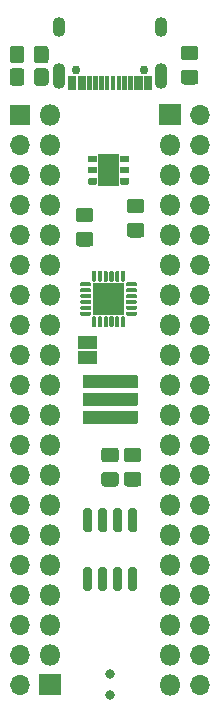
<source format=gbr>
%TF.GenerationSoftware,KiCad,Pcbnew,(5.1.9)-1*%
%TF.CreationDate,2021-04-12T21:57:58+01:00*%
%TF.ProjectId,Propeller_dev_board,50726f70-656c-46c6-9572-5f6465765f62,rev?*%
%TF.SameCoordinates,Original*%
%TF.FileFunction,Soldermask,Top*%
%TF.FilePolarity,Negative*%
%FSLAX46Y46*%
G04 Gerber Fmt 4.6, Leading zero omitted, Abs format (unit mm)*
G04 Created by KiCad (PCBNEW (5.1.9)-1) date 2021-04-12 21:57:58*
%MOMM*%
%LPD*%
G01*
G04 APERTURE LIST*
%ADD10O,1.100000X2.200000*%
%ADD11O,1.100000X1.700000*%
%ADD12C,0.750000*%
%ADD13O,1.800000X1.800000*%
%ADD14C,0.800000*%
%ADD15O,1.700000X1.700000*%
G04 APERTURE END LIST*
%TO.C,PWR_LED*%
G36*
G01*
X129129262Y-91929000D02*
X128172738Y-91929000D01*
G75*
G02*
X127901000Y-91657262I0J271738D01*
G01*
X127901000Y-90950738D01*
G75*
G02*
X128172738Y-90679000I271738J0D01*
G01*
X129129262Y-90679000D01*
G75*
G02*
X129401000Y-90950738I0J-271738D01*
G01*
X129401000Y-91657262D01*
G75*
G02*
X129129262Y-91929000I-271738J0D01*
G01*
G37*
G36*
G01*
X129129750Y-93979000D02*
X128172250Y-93979000D01*
G75*
G02*
X127901000Y-93707750I0J271250D01*
G01*
X127901000Y-93000250D01*
G75*
G02*
X128172250Y-92729000I271250J0D01*
G01*
X129129750Y-92729000D01*
G75*
G02*
X129401000Y-93000250I0J-271250D01*
G01*
X129401000Y-93707750D01*
G75*
G02*
X129129750Y-93979000I-271250J0D01*
G01*
G37*
%TD*%
%TO.C,SCL_PU*%
G36*
G01*
X122398262Y-125965000D02*
X121441738Y-125965000D01*
G75*
G02*
X121170000Y-125693262I0J271738D01*
G01*
X121170000Y-124986738D01*
G75*
G02*
X121441738Y-124715000I271738J0D01*
G01*
X122398262Y-124715000D01*
G75*
G02*
X122670000Y-124986738I0J-271738D01*
G01*
X122670000Y-125693262D01*
G75*
G02*
X122398262Y-125965000I-271738J0D01*
G01*
G37*
G36*
G01*
X122398262Y-128015000D02*
X121441738Y-128015000D01*
G75*
G02*
X121170000Y-127743262I0J271738D01*
G01*
X121170000Y-127036738D01*
G75*
G02*
X121441738Y-126765000I271738J0D01*
G01*
X122398262Y-126765000D01*
G75*
G02*
X122670000Y-127036738I0J-271738D01*
G01*
X122670000Y-127743262D01*
G75*
G02*
X122398262Y-128015000I-271738J0D01*
G01*
G37*
%TD*%
%TO.C,SDA_PU*%
G36*
G01*
X124303262Y-128015000D02*
X123346738Y-128015000D01*
G75*
G02*
X123075000Y-127743262I0J271738D01*
G01*
X123075000Y-127036738D01*
G75*
G02*
X123346738Y-126765000I271738J0D01*
G01*
X124303262Y-126765000D01*
G75*
G02*
X124575000Y-127036738I0J-271738D01*
G01*
X124575000Y-127743262D01*
G75*
G02*
X124303262Y-128015000I-271738J0D01*
G01*
G37*
G36*
G01*
X124303262Y-125965000D02*
X123346738Y-125965000D01*
G75*
G02*
X123075000Y-125693262I0J271738D01*
G01*
X123075000Y-124986738D01*
G75*
G02*
X123346738Y-124715000I271738J0D01*
G01*
X124303262Y-124715000D01*
G75*
G02*
X124575000Y-124986738I0J-271738D01*
G01*
X124575000Y-125693262D01*
G75*
G02*
X124303262Y-125965000I-271738J0D01*
G01*
G37*
%TD*%
D10*
%TO.C,P1*%
X126240000Y-93275000D03*
X117600000Y-93275000D03*
D11*
X126240000Y-89095000D03*
X117600000Y-89095000D03*
D12*
X119030000Y-92775000D03*
X124810000Y-92775000D03*
G36*
G01*
X119070000Y-93265000D02*
X119070000Y-94415000D01*
G75*
G02*
X119020000Y-94465000I-50000J0D01*
G01*
X118720000Y-94465000D01*
G75*
G02*
X118670000Y-94415000I0J50000D01*
G01*
X118670000Y-93265000D01*
G75*
G02*
X118720000Y-93215000I50000J0D01*
G01*
X119020000Y-93215000D01*
G75*
G02*
X119070000Y-93265000I0J-50000D01*
G01*
G37*
G36*
G01*
X119870000Y-93265000D02*
X119870000Y-94415000D01*
G75*
G02*
X119820000Y-94465000I-50000J0D01*
G01*
X119520000Y-94465000D01*
G75*
G02*
X119470000Y-94415000I0J50000D01*
G01*
X119470000Y-93265000D01*
G75*
G02*
X119520000Y-93215000I50000J0D01*
G01*
X119820000Y-93215000D01*
G75*
G02*
X119870000Y-93265000I0J-50000D01*
G01*
G37*
G36*
G01*
X120370000Y-93265000D02*
X120370000Y-94415000D01*
G75*
G02*
X120320000Y-94465000I-50000J0D01*
G01*
X120020000Y-94465000D01*
G75*
G02*
X119970000Y-94415000I0J50000D01*
G01*
X119970000Y-93265000D01*
G75*
G02*
X120020000Y-93215000I50000J0D01*
G01*
X120320000Y-93215000D01*
G75*
G02*
X120370000Y-93265000I0J-50000D01*
G01*
G37*
G36*
G01*
X120870000Y-93265000D02*
X120870000Y-94415000D01*
G75*
G02*
X120820000Y-94465000I-50000J0D01*
G01*
X120520000Y-94465000D01*
G75*
G02*
X120470000Y-94415000I0J50000D01*
G01*
X120470000Y-93265000D01*
G75*
G02*
X120520000Y-93215000I50000J0D01*
G01*
X120820000Y-93215000D01*
G75*
G02*
X120870000Y-93265000I0J-50000D01*
G01*
G37*
G36*
G01*
X121370000Y-93265000D02*
X121370000Y-94415000D01*
G75*
G02*
X121320000Y-94465000I-50000J0D01*
G01*
X121020000Y-94465000D01*
G75*
G02*
X120970000Y-94415000I0J50000D01*
G01*
X120970000Y-93265000D01*
G75*
G02*
X121020000Y-93215000I50000J0D01*
G01*
X121320000Y-93215000D01*
G75*
G02*
X121370000Y-93265000I0J-50000D01*
G01*
G37*
G36*
G01*
X121870000Y-93265000D02*
X121870000Y-94415000D01*
G75*
G02*
X121820000Y-94465000I-50000J0D01*
G01*
X121520000Y-94465000D01*
G75*
G02*
X121470000Y-94415000I0J50000D01*
G01*
X121470000Y-93265000D01*
G75*
G02*
X121520000Y-93215000I50000J0D01*
G01*
X121820000Y-93215000D01*
G75*
G02*
X121870000Y-93265000I0J-50000D01*
G01*
G37*
G36*
G01*
X122370000Y-93265000D02*
X122370000Y-94415000D01*
G75*
G02*
X122320000Y-94465000I-50000J0D01*
G01*
X122020000Y-94465000D01*
G75*
G02*
X121970000Y-94415000I0J50000D01*
G01*
X121970000Y-93265000D01*
G75*
G02*
X122020000Y-93215000I50000J0D01*
G01*
X122320000Y-93215000D01*
G75*
G02*
X122370000Y-93265000I0J-50000D01*
G01*
G37*
G36*
G01*
X122870000Y-93265000D02*
X122870000Y-94415000D01*
G75*
G02*
X122820000Y-94465000I-50000J0D01*
G01*
X122520000Y-94465000D01*
G75*
G02*
X122470000Y-94415000I0J50000D01*
G01*
X122470000Y-93265000D01*
G75*
G02*
X122520000Y-93215000I50000J0D01*
G01*
X122820000Y-93215000D01*
G75*
G02*
X122870000Y-93265000I0J-50000D01*
G01*
G37*
G36*
G01*
X123370000Y-93265000D02*
X123370000Y-94415000D01*
G75*
G02*
X123320000Y-94465000I-50000J0D01*
G01*
X123020000Y-94465000D01*
G75*
G02*
X122970000Y-94415000I0J50000D01*
G01*
X122970000Y-93265000D01*
G75*
G02*
X123020000Y-93215000I50000J0D01*
G01*
X123320000Y-93215000D01*
G75*
G02*
X123370000Y-93265000I0J-50000D01*
G01*
G37*
G36*
G01*
X123870000Y-93265000D02*
X123870000Y-94415000D01*
G75*
G02*
X123820000Y-94465000I-50000J0D01*
G01*
X123520000Y-94465000D01*
G75*
G02*
X123470000Y-94415000I0J50000D01*
G01*
X123470000Y-93265000D01*
G75*
G02*
X123520000Y-93215000I50000J0D01*
G01*
X123820000Y-93215000D01*
G75*
G02*
X123870000Y-93265000I0J-50000D01*
G01*
G37*
G36*
G01*
X124670000Y-93265000D02*
X124670000Y-94415000D01*
G75*
G02*
X124620000Y-94465000I-50000J0D01*
G01*
X124320000Y-94465000D01*
G75*
G02*
X124270000Y-94415000I0J50000D01*
G01*
X124270000Y-93265000D01*
G75*
G02*
X124320000Y-93215000I50000J0D01*
G01*
X124620000Y-93215000D01*
G75*
G02*
X124670000Y-93265000I0J-50000D01*
G01*
G37*
G36*
G01*
X125470000Y-93265000D02*
X125470000Y-94415000D01*
G75*
G02*
X125420000Y-94465000I-50000J0D01*
G01*
X125120000Y-94465000D01*
G75*
G02*
X125070000Y-94415000I0J50000D01*
G01*
X125070000Y-93265000D01*
G75*
G02*
X125120000Y-93215000I50000J0D01*
G01*
X125420000Y-93215000D01*
G75*
G02*
X125470000Y-93265000I0J-50000D01*
G01*
G37*
G36*
G01*
X125170000Y-93265000D02*
X125170000Y-94415000D01*
G75*
G02*
X125120000Y-94465000I-50000J0D01*
G01*
X124820000Y-94465000D01*
G75*
G02*
X124770000Y-94415000I0J50000D01*
G01*
X124770000Y-93265000D01*
G75*
G02*
X124820000Y-93215000I50000J0D01*
G01*
X125120000Y-93215000D01*
G75*
G02*
X125170000Y-93265000I0J-50000D01*
G01*
G37*
G36*
G01*
X124370000Y-93265000D02*
X124370000Y-94415000D01*
G75*
G02*
X124320000Y-94465000I-50000J0D01*
G01*
X124020000Y-94465000D01*
G75*
G02*
X123970000Y-94415000I0J50000D01*
G01*
X123970000Y-93265000D01*
G75*
G02*
X124020000Y-93215000I50000J0D01*
G01*
X124320000Y-93215000D01*
G75*
G02*
X124370000Y-93265000I0J-50000D01*
G01*
G37*
G36*
G01*
X119570000Y-93265000D02*
X119570000Y-94415000D01*
G75*
G02*
X119520000Y-94465000I-50000J0D01*
G01*
X119220000Y-94465000D01*
G75*
G02*
X119170000Y-94415000I0J50000D01*
G01*
X119170000Y-93265000D01*
G75*
G02*
X119220000Y-93215000I50000J0D01*
G01*
X119520000Y-93215000D01*
G75*
G02*
X119570000Y-93265000I0J-50000D01*
G01*
G37*
G36*
G01*
X118770000Y-93265000D02*
X118770000Y-94415000D01*
G75*
G02*
X118720000Y-94465000I-50000J0D01*
G01*
X118420000Y-94465000D01*
G75*
G02*
X118370000Y-94415000I0J50000D01*
G01*
X118370000Y-93265000D01*
G75*
G02*
X118420000Y-93215000I50000J0D01*
G01*
X118720000Y-93215000D01*
G75*
G02*
X118770000Y-93265000I0J-50000D01*
G01*
G37*
%TD*%
%TO.C,Tx_LED*%
G36*
G01*
X115462000Y-93823262D02*
X115462000Y-92866738D01*
G75*
G02*
X115733738Y-92595000I271738J0D01*
G01*
X116440262Y-92595000D01*
G75*
G02*
X116712000Y-92866738I0J-271738D01*
G01*
X116712000Y-93823262D01*
G75*
G02*
X116440262Y-94095000I-271738J0D01*
G01*
X115733738Y-94095000D01*
G75*
G02*
X115462000Y-93823262I0J271738D01*
G01*
G37*
G36*
G01*
X113412000Y-93823262D02*
X113412000Y-92866738D01*
G75*
G02*
X113683738Y-92595000I271738J0D01*
G01*
X114390262Y-92595000D01*
G75*
G02*
X114662000Y-92866738I0J-271738D01*
G01*
X114662000Y-93823262D01*
G75*
G02*
X114390262Y-94095000I-271738J0D01*
G01*
X113683738Y-94095000D01*
G75*
G02*
X113412000Y-93823262I0J271738D01*
G01*
G37*
%TD*%
%TO.C,Rx_LED*%
G36*
G01*
X113412000Y-91918262D02*
X113412000Y-90961738D01*
G75*
G02*
X113683738Y-90690000I271738J0D01*
G01*
X114390262Y-90690000D01*
G75*
G02*
X114662000Y-90961738I0J-271738D01*
G01*
X114662000Y-91918262D01*
G75*
G02*
X114390262Y-92190000I-271738J0D01*
G01*
X113683738Y-92190000D01*
G75*
G02*
X113412000Y-91918262I0J271738D01*
G01*
G37*
G36*
G01*
X115462000Y-91918262D02*
X115462000Y-90961738D01*
G75*
G02*
X115733738Y-90690000I271738J0D01*
G01*
X116440262Y-90690000D01*
G75*
G02*
X116712000Y-90961738I0J-271738D01*
G01*
X116712000Y-91918262D01*
G75*
G02*
X116440262Y-92190000I-271738J0D01*
G01*
X115733738Y-92190000D01*
G75*
G02*
X115462000Y-91918262I0J271738D01*
G01*
G37*
%TD*%
%TO.C,4.7uF*%
G36*
G01*
X124557262Y-104883000D02*
X123600738Y-104883000D01*
G75*
G02*
X123329000Y-104611262I0J271738D01*
G01*
X123329000Y-103904738D01*
G75*
G02*
X123600738Y-103633000I271738J0D01*
G01*
X124557262Y-103633000D01*
G75*
G02*
X124829000Y-103904738I0J-271738D01*
G01*
X124829000Y-104611262D01*
G75*
G02*
X124557262Y-104883000I-271738J0D01*
G01*
G37*
G36*
G01*
X124557262Y-106933000D02*
X123600738Y-106933000D01*
G75*
G02*
X123329000Y-106661262I0J271738D01*
G01*
X123329000Y-105954738D01*
G75*
G02*
X123600738Y-105683000I271738J0D01*
G01*
X124557262Y-105683000D01*
G75*
G02*
X124829000Y-105954738I0J-271738D01*
G01*
X124829000Y-106661262D01*
G75*
G02*
X124557262Y-106933000I-271738J0D01*
G01*
G37*
%TD*%
%TO.C,RSTb_PU1*%
G36*
G01*
X119282738Y-106445000D02*
X120239262Y-106445000D01*
G75*
G02*
X120511000Y-106716738I0J-271738D01*
G01*
X120511000Y-107423262D01*
G75*
G02*
X120239262Y-107695000I-271738J0D01*
G01*
X119282738Y-107695000D01*
G75*
G02*
X119011000Y-107423262I0J271738D01*
G01*
X119011000Y-106716738D01*
G75*
G02*
X119282738Y-106445000I271738J0D01*
G01*
G37*
G36*
G01*
X119282738Y-104395000D02*
X120239262Y-104395000D01*
G75*
G02*
X120511000Y-104666738I0J-271738D01*
G01*
X120511000Y-105373262D01*
G75*
G02*
X120239262Y-105645000I-271738J0D01*
G01*
X119282738Y-105645000D01*
G75*
G02*
X119011000Y-105373262I0J271738D01*
G01*
X119011000Y-104666738D01*
G75*
G02*
X119282738Y-104395000I271738J0D01*
G01*
G37*
%TD*%
%TO.C,5MHz*%
G36*
G01*
X124195000Y-121176000D02*
X119645000Y-121176000D01*
G75*
G02*
X119595000Y-121126000I0J50000D01*
G01*
X119595000Y-120126000D01*
G75*
G02*
X119645000Y-120076000I50000J0D01*
G01*
X124195000Y-120076000D01*
G75*
G02*
X124245000Y-120126000I0J-50000D01*
G01*
X124245000Y-121126000D01*
G75*
G02*
X124195000Y-121176000I-50000J0D01*
G01*
G37*
G36*
G01*
X124195000Y-122700000D02*
X119645000Y-122700000D01*
G75*
G02*
X119595000Y-122650000I0J50000D01*
G01*
X119595000Y-121650000D01*
G75*
G02*
X119645000Y-121600000I50000J0D01*
G01*
X124195000Y-121600000D01*
G75*
G02*
X124245000Y-121650000I0J-50000D01*
G01*
X124245000Y-122650000D01*
G75*
G02*
X124195000Y-122700000I-50000J0D01*
G01*
G37*
G36*
G01*
X124195000Y-119700000D02*
X119645000Y-119700000D01*
G75*
G02*
X119595000Y-119650000I0J50000D01*
G01*
X119595000Y-118650000D01*
G75*
G02*
X119645000Y-118600000I50000J0D01*
G01*
X124195000Y-118600000D01*
G75*
G02*
X124245000Y-118650000I0J-50000D01*
G01*
X124245000Y-119650000D01*
G75*
G02*
X124195000Y-119700000I-50000J0D01*
G01*
G37*
%TD*%
%TO.C,J1*%
G36*
G01*
X117740000Y-143930000D02*
X117740000Y-145630000D01*
G75*
G02*
X117690000Y-145680000I-50000J0D01*
G01*
X115990000Y-145680000D01*
G75*
G02*
X115940000Y-145630000I0J50000D01*
G01*
X115940000Y-143930000D01*
G75*
G02*
X115990000Y-143880000I50000J0D01*
G01*
X117690000Y-143880000D01*
G75*
G02*
X117740000Y-143930000I0J-50000D01*
G01*
G37*
D13*
X116840000Y-142240000D03*
X116840000Y-139700000D03*
X116840000Y-137160000D03*
X116840000Y-134620000D03*
X116840000Y-132080000D03*
X116840000Y-129540000D03*
X116840000Y-127000000D03*
X116840000Y-124460000D03*
X116840000Y-121920000D03*
X116840000Y-119380000D03*
X116840000Y-116840000D03*
X116840000Y-114300000D03*
X116840000Y-111760000D03*
X116840000Y-109220000D03*
X116840000Y-106680000D03*
X116840000Y-104140000D03*
X116840000Y-101600000D03*
X116840000Y-99060000D03*
X116840000Y-96520000D03*
%TD*%
%TO.C,J2*%
X127000000Y-144780000D03*
X127000000Y-142240000D03*
X127000000Y-139700000D03*
X127000000Y-137160000D03*
X127000000Y-134620000D03*
X127000000Y-132080000D03*
X127000000Y-129540000D03*
X127000000Y-127000000D03*
X127000000Y-124460000D03*
X127000000Y-121920000D03*
X127000000Y-119380000D03*
X127000000Y-116840000D03*
X127000000Y-114300000D03*
X127000000Y-111760000D03*
X127000000Y-109220000D03*
X127000000Y-106680000D03*
X127000000Y-104140000D03*
X127000000Y-101600000D03*
X127000000Y-99060000D03*
G36*
G01*
X126100000Y-97370000D02*
X126100000Y-95670000D01*
G75*
G02*
X126150000Y-95620000I50000J0D01*
G01*
X127850000Y-95620000D01*
G75*
G02*
X127900000Y-95670000I0J-50000D01*
G01*
X127900000Y-97370000D01*
G75*
G02*
X127850000Y-97420000I-50000J0D01*
G01*
X126150000Y-97420000D01*
G75*
G02*
X126100000Y-97370000I0J50000D01*
G01*
G37*
%TD*%
%TO.C,JP1*%
G36*
G01*
X119265000Y-115259000D02*
X120765000Y-115259000D01*
G75*
G02*
X120815000Y-115309000I0J-50000D01*
G01*
X120815000Y-116309000D01*
G75*
G02*
X120765000Y-116359000I-50000J0D01*
G01*
X119265000Y-116359000D01*
G75*
G02*
X119215000Y-116309000I0J50000D01*
G01*
X119215000Y-115309000D01*
G75*
G02*
X119265000Y-115259000I50000J0D01*
G01*
G37*
G36*
G01*
X119265000Y-116559000D02*
X120765000Y-116559000D01*
G75*
G02*
X120815000Y-116609000I0J-50000D01*
G01*
X120815000Y-117609000D01*
G75*
G02*
X120765000Y-117659000I-50000J0D01*
G01*
X119265000Y-117659000D01*
G75*
G02*
X119215000Y-117609000I0J50000D01*
G01*
X119215000Y-116609000D01*
G75*
G02*
X119265000Y-116559000I50000J0D01*
G01*
G37*
%TD*%
D14*
%TO.C,SW1*%
X121920000Y-143880000D03*
X121920000Y-145680000D03*
%TD*%
%TO.C,cp2102n*%
G36*
G01*
X122955500Y-109741000D02*
X123130500Y-109741000D01*
G75*
G02*
X123218000Y-109828500I0J-87500D01*
G01*
X123218000Y-110578500D01*
G75*
G02*
X123130500Y-110666000I-87500J0D01*
G01*
X122955500Y-110666000D01*
G75*
G02*
X122868000Y-110578500I0J87500D01*
G01*
X122868000Y-109828500D01*
G75*
G02*
X122955500Y-109741000I87500J0D01*
G01*
G37*
G36*
G01*
X122455500Y-109741000D02*
X122630500Y-109741000D01*
G75*
G02*
X122718000Y-109828500I0J-87500D01*
G01*
X122718000Y-110578500D01*
G75*
G02*
X122630500Y-110666000I-87500J0D01*
G01*
X122455500Y-110666000D01*
G75*
G02*
X122368000Y-110578500I0J87500D01*
G01*
X122368000Y-109828500D01*
G75*
G02*
X122455500Y-109741000I87500J0D01*
G01*
G37*
G36*
G01*
X121955500Y-109741000D02*
X122130500Y-109741000D01*
G75*
G02*
X122218000Y-109828500I0J-87500D01*
G01*
X122218000Y-110578500D01*
G75*
G02*
X122130500Y-110666000I-87500J0D01*
G01*
X121955500Y-110666000D01*
G75*
G02*
X121868000Y-110578500I0J87500D01*
G01*
X121868000Y-109828500D01*
G75*
G02*
X121955500Y-109741000I87500J0D01*
G01*
G37*
G36*
G01*
X121455500Y-109741000D02*
X121630500Y-109741000D01*
G75*
G02*
X121718000Y-109828500I0J-87500D01*
G01*
X121718000Y-110578500D01*
G75*
G02*
X121630500Y-110666000I-87500J0D01*
G01*
X121455500Y-110666000D01*
G75*
G02*
X121368000Y-110578500I0J87500D01*
G01*
X121368000Y-109828500D01*
G75*
G02*
X121455500Y-109741000I87500J0D01*
G01*
G37*
G36*
G01*
X120955500Y-109741000D02*
X121130500Y-109741000D01*
G75*
G02*
X121218000Y-109828500I0J-87500D01*
G01*
X121218000Y-110578500D01*
G75*
G02*
X121130500Y-110666000I-87500J0D01*
G01*
X120955500Y-110666000D01*
G75*
G02*
X120868000Y-110578500I0J87500D01*
G01*
X120868000Y-109828500D01*
G75*
G02*
X120955500Y-109741000I87500J0D01*
G01*
G37*
G36*
G01*
X120455500Y-109741000D02*
X120630500Y-109741000D01*
G75*
G02*
X120718000Y-109828500I0J-87500D01*
G01*
X120718000Y-110578500D01*
G75*
G02*
X120630500Y-110666000I-87500J0D01*
G01*
X120455500Y-110666000D01*
G75*
G02*
X120368000Y-110578500I0J87500D01*
G01*
X120368000Y-109828500D01*
G75*
G02*
X120455500Y-109741000I87500J0D01*
G01*
G37*
G36*
G01*
X119480500Y-110716000D02*
X120230500Y-110716000D01*
G75*
G02*
X120318000Y-110803500I0J-87500D01*
G01*
X120318000Y-110978500D01*
G75*
G02*
X120230500Y-111066000I-87500J0D01*
G01*
X119480500Y-111066000D01*
G75*
G02*
X119393000Y-110978500I0J87500D01*
G01*
X119393000Y-110803500D01*
G75*
G02*
X119480500Y-110716000I87500J0D01*
G01*
G37*
G36*
G01*
X119480500Y-111216000D02*
X120230500Y-111216000D01*
G75*
G02*
X120318000Y-111303500I0J-87500D01*
G01*
X120318000Y-111478500D01*
G75*
G02*
X120230500Y-111566000I-87500J0D01*
G01*
X119480500Y-111566000D01*
G75*
G02*
X119393000Y-111478500I0J87500D01*
G01*
X119393000Y-111303500D01*
G75*
G02*
X119480500Y-111216000I87500J0D01*
G01*
G37*
G36*
G01*
X119480500Y-111716000D02*
X120230500Y-111716000D01*
G75*
G02*
X120318000Y-111803500I0J-87500D01*
G01*
X120318000Y-111978500D01*
G75*
G02*
X120230500Y-112066000I-87500J0D01*
G01*
X119480500Y-112066000D01*
G75*
G02*
X119393000Y-111978500I0J87500D01*
G01*
X119393000Y-111803500D01*
G75*
G02*
X119480500Y-111716000I87500J0D01*
G01*
G37*
G36*
G01*
X119480500Y-112216000D02*
X120230500Y-112216000D01*
G75*
G02*
X120318000Y-112303500I0J-87500D01*
G01*
X120318000Y-112478500D01*
G75*
G02*
X120230500Y-112566000I-87500J0D01*
G01*
X119480500Y-112566000D01*
G75*
G02*
X119393000Y-112478500I0J87500D01*
G01*
X119393000Y-112303500D01*
G75*
G02*
X119480500Y-112216000I87500J0D01*
G01*
G37*
G36*
G01*
X119480500Y-112716000D02*
X120230500Y-112716000D01*
G75*
G02*
X120318000Y-112803500I0J-87500D01*
G01*
X120318000Y-112978500D01*
G75*
G02*
X120230500Y-113066000I-87500J0D01*
G01*
X119480500Y-113066000D01*
G75*
G02*
X119393000Y-112978500I0J87500D01*
G01*
X119393000Y-112803500D01*
G75*
G02*
X119480500Y-112716000I87500J0D01*
G01*
G37*
G36*
G01*
X119480500Y-113216000D02*
X120230500Y-113216000D01*
G75*
G02*
X120318000Y-113303500I0J-87500D01*
G01*
X120318000Y-113478500D01*
G75*
G02*
X120230500Y-113566000I-87500J0D01*
G01*
X119480500Y-113566000D01*
G75*
G02*
X119393000Y-113478500I0J87500D01*
G01*
X119393000Y-113303500D01*
G75*
G02*
X119480500Y-113216000I87500J0D01*
G01*
G37*
G36*
G01*
X120455500Y-113616000D02*
X120630500Y-113616000D01*
G75*
G02*
X120718000Y-113703500I0J-87500D01*
G01*
X120718000Y-114453500D01*
G75*
G02*
X120630500Y-114541000I-87500J0D01*
G01*
X120455500Y-114541000D01*
G75*
G02*
X120368000Y-114453500I0J87500D01*
G01*
X120368000Y-113703500D01*
G75*
G02*
X120455500Y-113616000I87500J0D01*
G01*
G37*
G36*
G01*
X120955500Y-113616000D02*
X121130500Y-113616000D01*
G75*
G02*
X121218000Y-113703500I0J-87500D01*
G01*
X121218000Y-114453500D01*
G75*
G02*
X121130500Y-114541000I-87500J0D01*
G01*
X120955500Y-114541000D01*
G75*
G02*
X120868000Y-114453500I0J87500D01*
G01*
X120868000Y-113703500D01*
G75*
G02*
X120955500Y-113616000I87500J0D01*
G01*
G37*
G36*
G01*
X121455500Y-113616000D02*
X121630500Y-113616000D01*
G75*
G02*
X121718000Y-113703500I0J-87500D01*
G01*
X121718000Y-114453500D01*
G75*
G02*
X121630500Y-114541000I-87500J0D01*
G01*
X121455500Y-114541000D01*
G75*
G02*
X121368000Y-114453500I0J87500D01*
G01*
X121368000Y-113703500D01*
G75*
G02*
X121455500Y-113616000I87500J0D01*
G01*
G37*
G36*
G01*
X121955500Y-113616000D02*
X122130500Y-113616000D01*
G75*
G02*
X122218000Y-113703500I0J-87500D01*
G01*
X122218000Y-114453500D01*
G75*
G02*
X122130500Y-114541000I-87500J0D01*
G01*
X121955500Y-114541000D01*
G75*
G02*
X121868000Y-114453500I0J87500D01*
G01*
X121868000Y-113703500D01*
G75*
G02*
X121955500Y-113616000I87500J0D01*
G01*
G37*
G36*
G01*
X122455500Y-113616000D02*
X122630500Y-113616000D01*
G75*
G02*
X122718000Y-113703500I0J-87500D01*
G01*
X122718000Y-114453500D01*
G75*
G02*
X122630500Y-114541000I-87500J0D01*
G01*
X122455500Y-114541000D01*
G75*
G02*
X122368000Y-114453500I0J87500D01*
G01*
X122368000Y-113703500D01*
G75*
G02*
X122455500Y-113616000I87500J0D01*
G01*
G37*
G36*
G01*
X122955500Y-113616000D02*
X123130500Y-113616000D01*
G75*
G02*
X123218000Y-113703500I0J-87500D01*
G01*
X123218000Y-114453500D01*
G75*
G02*
X123130500Y-114541000I-87500J0D01*
G01*
X122955500Y-114541000D01*
G75*
G02*
X122868000Y-114453500I0J87500D01*
G01*
X122868000Y-113703500D01*
G75*
G02*
X122955500Y-113616000I87500J0D01*
G01*
G37*
G36*
G01*
X123355500Y-113216000D02*
X124105500Y-113216000D01*
G75*
G02*
X124193000Y-113303500I0J-87500D01*
G01*
X124193000Y-113478500D01*
G75*
G02*
X124105500Y-113566000I-87500J0D01*
G01*
X123355500Y-113566000D01*
G75*
G02*
X123268000Y-113478500I0J87500D01*
G01*
X123268000Y-113303500D01*
G75*
G02*
X123355500Y-113216000I87500J0D01*
G01*
G37*
G36*
G01*
X123355500Y-112716000D02*
X124105500Y-112716000D01*
G75*
G02*
X124193000Y-112803500I0J-87500D01*
G01*
X124193000Y-112978500D01*
G75*
G02*
X124105500Y-113066000I-87500J0D01*
G01*
X123355500Y-113066000D01*
G75*
G02*
X123268000Y-112978500I0J87500D01*
G01*
X123268000Y-112803500D01*
G75*
G02*
X123355500Y-112716000I87500J0D01*
G01*
G37*
G36*
G01*
X123355500Y-112216000D02*
X124105500Y-112216000D01*
G75*
G02*
X124193000Y-112303500I0J-87500D01*
G01*
X124193000Y-112478500D01*
G75*
G02*
X124105500Y-112566000I-87500J0D01*
G01*
X123355500Y-112566000D01*
G75*
G02*
X123268000Y-112478500I0J87500D01*
G01*
X123268000Y-112303500D01*
G75*
G02*
X123355500Y-112216000I87500J0D01*
G01*
G37*
G36*
G01*
X123355500Y-111716000D02*
X124105500Y-111716000D01*
G75*
G02*
X124193000Y-111803500I0J-87500D01*
G01*
X124193000Y-111978500D01*
G75*
G02*
X124105500Y-112066000I-87500J0D01*
G01*
X123355500Y-112066000D01*
G75*
G02*
X123268000Y-111978500I0J87500D01*
G01*
X123268000Y-111803500D01*
G75*
G02*
X123355500Y-111716000I87500J0D01*
G01*
G37*
G36*
G01*
X123355500Y-111216000D02*
X124105500Y-111216000D01*
G75*
G02*
X124193000Y-111303500I0J-87500D01*
G01*
X124193000Y-111478500D01*
G75*
G02*
X124105500Y-111566000I-87500J0D01*
G01*
X123355500Y-111566000D01*
G75*
G02*
X123268000Y-111478500I0J87500D01*
G01*
X123268000Y-111303500D01*
G75*
G02*
X123355500Y-111216000I87500J0D01*
G01*
G37*
G36*
G01*
X123355500Y-110716000D02*
X124105500Y-110716000D01*
G75*
G02*
X124193000Y-110803500I0J-87500D01*
G01*
X124193000Y-110978500D01*
G75*
G02*
X124105500Y-111066000I-87500J0D01*
G01*
X123355500Y-111066000D01*
G75*
G02*
X123268000Y-110978500I0J87500D01*
G01*
X123268000Y-110803500D01*
G75*
G02*
X123355500Y-110716000I87500J0D01*
G01*
G37*
G36*
G01*
X120493000Y-110791000D02*
X123093000Y-110791000D01*
G75*
G02*
X123143000Y-110841000I0J-50000D01*
G01*
X123143000Y-113441000D01*
G75*
G02*
X123093000Y-113491000I-50000J0D01*
G01*
X120493000Y-113491000D01*
G75*
G02*
X120443000Y-113441000I0J50000D01*
G01*
X120443000Y-110841000D01*
G75*
G02*
X120493000Y-110791000I50000J0D01*
G01*
G37*
%TD*%
%TO.C,U3*%
G36*
G01*
X113450000Y-97320000D02*
X113450000Y-95720000D01*
G75*
G02*
X113500000Y-95670000I50000J0D01*
G01*
X115100000Y-95670000D01*
G75*
G02*
X115150000Y-95720000I0J-50000D01*
G01*
X115150000Y-97320000D01*
G75*
G02*
X115100000Y-97370000I-50000J0D01*
G01*
X113500000Y-97370000D01*
G75*
G02*
X113450000Y-97320000I0J50000D01*
G01*
G37*
D15*
X129540000Y-144780000D03*
X114300000Y-99060000D03*
X129540000Y-142240000D03*
X114300000Y-101600000D03*
X129540000Y-139700000D03*
X114300000Y-104140000D03*
X129540000Y-137160000D03*
X114300000Y-106680000D03*
X129540000Y-134620000D03*
X114300000Y-109220000D03*
X129540000Y-132080000D03*
X114300000Y-111760000D03*
X129540000Y-129540000D03*
X114300000Y-114300000D03*
X129540000Y-127000000D03*
X114300000Y-116840000D03*
X129540000Y-124460000D03*
X114300000Y-119380000D03*
X129540000Y-121920000D03*
X114300000Y-121920000D03*
X129540000Y-119380000D03*
X114300000Y-124460000D03*
X129540000Y-116840000D03*
X114300000Y-127000000D03*
X129540000Y-114300000D03*
X114300000Y-129540000D03*
X129540000Y-111760000D03*
X114300000Y-132080000D03*
X129540000Y-109220000D03*
X114300000Y-134620000D03*
X129540000Y-106680000D03*
X114300000Y-137160000D03*
X129540000Y-104140000D03*
X114300000Y-139700000D03*
X129540000Y-101600000D03*
X114300000Y-142240000D03*
X129540000Y-99060000D03*
X114300000Y-144780000D03*
X129540000Y-96520000D03*
%TD*%
%TO.C,EEPROM*%
G36*
G01*
X120190000Y-136850000D02*
X119840000Y-136850000D01*
G75*
G02*
X119665000Y-136675000I0J175000D01*
G01*
X119665000Y-134975000D01*
G75*
G02*
X119840000Y-134800000I175000J0D01*
G01*
X120190000Y-134800000D01*
G75*
G02*
X120365000Y-134975000I0J-175000D01*
G01*
X120365000Y-136675000D01*
G75*
G02*
X120190000Y-136850000I-175000J0D01*
G01*
G37*
G36*
G01*
X121460000Y-136850000D02*
X121110000Y-136850000D01*
G75*
G02*
X120935000Y-136675000I0J175000D01*
G01*
X120935000Y-134975000D01*
G75*
G02*
X121110000Y-134800000I175000J0D01*
G01*
X121460000Y-134800000D01*
G75*
G02*
X121635000Y-134975000I0J-175000D01*
G01*
X121635000Y-136675000D01*
G75*
G02*
X121460000Y-136850000I-175000J0D01*
G01*
G37*
G36*
G01*
X122730000Y-136850000D02*
X122380000Y-136850000D01*
G75*
G02*
X122205000Y-136675000I0J175000D01*
G01*
X122205000Y-134975000D01*
G75*
G02*
X122380000Y-134800000I175000J0D01*
G01*
X122730000Y-134800000D01*
G75*
G02*
X122905000Y-134975000I0J-175000D01*
G01*
X122905000Y-136675000D01*
G75*
G02*
X122730000Y-136850000I-175000J0D01*
G01*
G37*
G36*
G01*
X124000000Y-136850000D02*
X123650000Y-136850000D01*
G75*
G02*
X123475000Y-136675000I0J175000D01*
G01*
X123475000Y-134975000D01*
G75*
G02*
X123650000Y-134800000I175000J0D01*
G01*
X124000000Y-134800000D01*
G75*
G02*
X124175000Y-134975000I0J-175000D01*
G01*
X124175000Y-136675000D01*
G75*
G02*
X124000000Y-136850000I-175000J0D01*
G01*
G37*
G36*
G01*
X124000000Y-131900000D02*
X123650000Y-131900000D01*
G75*
G02*
X123475000Y-131725000I0J175000D01*
G01*
X123475000Y-130025000D01*
G75*
G02*
X123650000Y-129850000I175000J0D01*
G01*
X124000000Y-129850000D01*
G75*
G02*
X124175000Y-130025000I0J-175000D01*
G01*
X124175000Y-131725000D01*
G75*
G02*
X124000000Y-131900000I-175000J0D01*
G01*
G37*
G36*
G01*
X122730000Y-131900000D02*
X122380000Y-131900000D01*
G75*
G02*
X122205000Y-131725000I0J175000D01*
G01*
X122205000Y-130025000D01*
G75*
G02*
X122380000Y-129850000I175000J0D01*
G01*
X122730000Y-129850000D01*
G75*
G02*
X122905000Y-130025000I0J-175000D01*
G01*
X122905000Y-131725000D01*
G75*
G02*
X122730000Y-131900000I-175000J0D01*
G01*
G37*
G36*
G01*
X121460000Y-131900000D02*
X121110000Y-131900000D01*
G75*
G02*
X120935000Y-131725000I0J175000D01*
G01*
X120935000Y-130025000D01*
G75*
G02*
X121110000Y-129850000I175000J0D01*
G01*
X121460000Y-129850000D01*
G75*
G02*
X121635000Y-130025000I0J-175000D01*
G01*
X121635000Y-131725000D01*
G75*
G02*
X121460000Y-131900000I-175000J0D01*
G01*
G37*
G36*
G01*
X120190000Y-131900000D02*
X119840000Y-131900000D01*
G75*
G02*
X119665000Y-131725000I0J175000D01*
G01*
X119665000Y-130025000D01*
G75*
G02*
X119840000Y-129850000I175000J0D01*
G01*
X120190000Y-129850000D01*
G75*
G02*
X120365000Y-130025000I0J-175000D01*
G01*
X120365000Y-131725000D01*
G75*
G02*
X120190000Y-131900000I-175000J0D01*
G01*
G37*
%TD*%
%TO.C,NCP708*%
G36*
G01*
X120088000Y-100494000D02*
X120088000Y-100044000D01*
G75*
G02*
X120138000Y-99994000I50000J0D01*
G01*
X120768000Y-99994000D01*
G75*
G02*
X120818000Y-100044000I0J-50000D01*
G01*
X120818000Y-100494000D01*
G75*
G02*
X120768000Y-100544000I-50000J0D01*
G01*
X120138000Y-100544000D01*
G75*
G02*
X120088000Y-100494000I0J50000D01*
G01*
G37*
G36*
G01*
X120088000Y-101444000D02*
X120088000Y-100994000D01*
G75*
G02*
X120138000Y-100944000I50000J0D01*
G01*
X120768000Y-100944000D01*
G75*
G02*
X120818000Y-100994000I0J-50000D01*
G01*
X120818000Y-101444000D01*
G75*
G02*
X120768000Y-101494000I-50000J0D01*
G01*
X120138000Y-101494000D01*
G75*
G02*
X120088000Y-101444000I0J50000D01*
G01*
G37*
G36*
G01*
X120088000Y-102394000D02*
X120088000Y-101944000D01*
G75*
G02*
X120138000Y-101894000I50000J0D01*
G01*
X120768000Y-101894000D01*
G75*
G02*
X120818000Y-101944000I0J-50000D01*
G01*
X120818000Y-102394000D01*
G75*
G02*
X120768000Y-102444000I-50000J0D01*
G01*
X120138000Y-102444000D01*
G75*
G02*
X120088000Y-102394000I0J50000D01*
G01*
G37*
G36*
G01*
X122768000Y-102394000D02*
X122768000Y-101944000D01*
G75*
G02*
X122818000Y-101894000I50000J0D01*
G01*
X123448000Y-101894000D01*
G75*
G02*
X123498000Y-101944000I0J-50000D01*
G01*
X123498000Y-102394000D01*
G75*
G02*
X123448000Y-102444000I-50000J0D01*
G01*
X122818000Y-102444000D01*
G75*
G02*
X122768000Y-102394000I0J50000D01*
G01*
G37*
G36*
G01*
X122768000Y-101444000D02*
X122768000Y-100994000D01*
G75*
G02*
X122818000Y-100944000I50000J0D01*
G01*
X123448000Y-100944000D01*
G75*
G02*
X123498000Y-100994000I0J-50000D01*
G01*
X123498000Y-101444000D01*
G75*
G02*
X123448000Y-101494000I-50000J0D01*
G01*
X122818000Y-101494000D01*
G75*
G02*
X122768000Y-101444000I0J50000D01*
G01*
G37*
G36*
G01*
X122768000Y-100494000D02*
X122768000Y-100044000D01*
G75*
G02*
X122818000Y-99994000I50000J0D01*
G01*
X123448000Y-99994000D01*
G75*
G02*
X123498000Y-100044000I0J-50000D01*
G01*
X123498000Y-100494000D01*
G75*
G02*
X123448000Y-100544000I-50000J0D01*
G01*
X122818000Y-100544000D01*
G75*
G02*
X122768000Y-100494000I0J50000D01*
G01*
G37*
G36*
G01*
X120893000Y-102519000D02*
X120893000Y-99919000D01*
G75*
G02*
X120943000Y-99869000I50000J0D01*
G01*
X122643000Y-99869000D01*
G75*
G02*
X122693000Y-99919000I0J-50000D01*
G01*
X122693000Y-102519000D01*
G75*
G02*
X122643000Y-102569000I-50000J0D01*
G01*
X120943000Y-102569000D01*
G75*
G02*
X120893000Y-102519000I0J50000D01*
G01*
G37*
%TD*%
M02*

</source>
